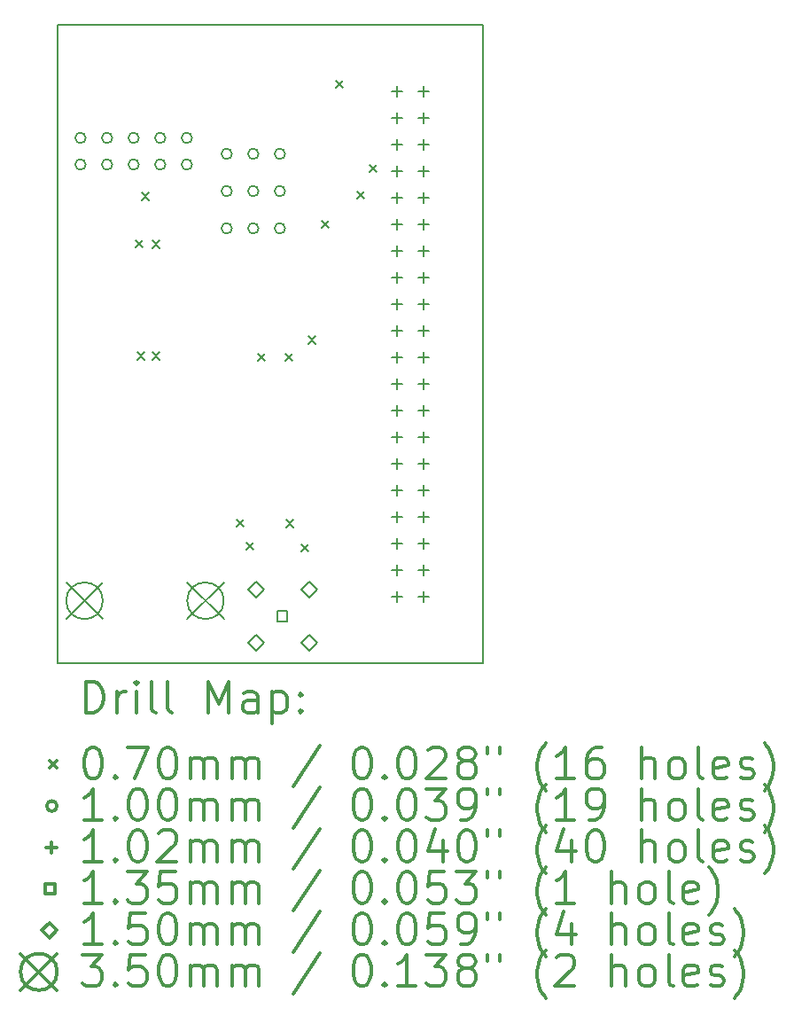
<source format=gbr>
%FSLAX45Y45*%
G04 Gerber Fmt 4.5, Leading zero omitted, Abs format (unit mm)*
G04 Created by KiCad (PCBNEW 4.0.6) date 09/07/17 10:38:34*
%MOMM*%
%LPD*%
G01*
G04 APERTURE LIST*
%ADD10C,0.127000*%
%ADD11C,0.150000*%
%ADD12C,0.200000*%
%ADD13C,0.300000*%
G04 APERTURE END LIST*
D10*
D11*
X12928600Y-11747500D02*
X12928600Y-5651500D01*
X16992600Y-11747500D02*
X12928600Y-11747500D01*
X16992600Y-5651500D02*
X16992600Y-11747500D01*
X12928600Y-5651500D02*
X16992600Y-5651500D01*
D12*
X13668300Y-7705650D02*
X13738300Y-7775650D01*
X13738300Y-7705650D02*
X13668300Y-7775650D01*
X13687350Y-8778800D02*
X13757350Y-8848800D01*
X13757350Y-8778800D02*
X13687350Y-8848800D01*
X13731800Y-7254800D02*
X13801800Y-7324800D01*
X13801800Y-7254800D02*
X13731800Y-7324800D01*
X13833400Y-7712000D02*
X13903400Y-7782000D01*
X13903400Y-7712000D02*
X13833400Y-7782000D01*
X13833400Y-8778800D02*
X13903400Y-8848800D01*
X13903400Y-8778800D02*
X13833400Y-8848800D01*
X14633500Y-10372650D02*
X14703500Y-10442650D01*
X14703500Y-10372650D02*
X14633500Y-10442650D01*
X14728750Y-10594900D02*
X14798750Y-10664900D01*
X14798750Y-10594900D02*
X14728750Y-10664900D01*
X14836700Y-8791500D02*
X14906700Y-8861500D01*
X14906700Y-8791500D02*
X14836700Y-8861500D01*
X15103400Y-8791500D02*
X15173400Y-8861500D01*
X15173400Y-8791500D02*
X15103400Y-8861500D01*
X15109750Y-10379000D02*
X15179750Y-10449000D01*
X15179750Y-10379000D02*
X15109750Y-10449000D01*
X15255800Y-10613950D02*
X15325800Y-10683950D01*
X15325800Y-10613950D02*
X15255800Y-10683950D01*
X15319300Y-8626400D02*
X15389300Y-8696400D01*
X15389300Y-8626400D02*
X15319300Y-8696400D01*
X15446300Y-7521500D02*
X15516300Y-7591500D01*
X15516300Y-7521500D02*
X15446300Y-7591500D01*
X15586000Y-6181650D02*
X15656000Y-6251650D01*
X15656000Y-6181650D02*
X15586000Y-6251650D01*
X15789200Y-7242100D02*
X15859200Y-7312100D01*
X15859200Y-7242100D02*
X15789200Y-7312100D01*
X15903500Y-6988100D02*
X15973500Y-7058100D01*
X15973500Y-6988100D02*
X15903500Y-7058100D01*
X13194500Y-6731000D02*
G75*
G03X13194500Y-6731000I-50000J0D01*
G01*
X13194500Y-6985000D02*
G75*
G03X13194500Y-6985000I-50000J0D01*
G01*
X13448500Y-6731000D02*
G75*
G03X13448500Y-6731000I-50000J0D01*
G01*
X13448500Y-6985000D02*
G75*
G03X13448500Y-6985000I-50000J0D01*
G01*
X13702500Y-6731000D02*
G75*
G03X13702500Y-6731000I-50000J0D01*
G01*
X13702500Y-6985000D02*
G75*
G03X13702500Y-6985000I-50000J0D01*
G01*
X13956500Y-6731000D02*
G75*
G03X13956500Y-6731000I-50000J0D01*
G01*
X13956500Y-6985000D02*
G75*
G03X13956500Y-6985000I-50000J0D01*
G01*
X14210500Y-6731000D02*
G75*
G03X14210500Y-6731000I-50000J0D01*
G01*
X14210500Y-6985000D02*
G75*
G03X14210500Y-6985000I-50000J0D01*
G01*
X14591500Y-6883400D02*
G75*
G03X14591500Y-6883400I-50000J0D01*
G01*
X14591500Y-7239000D02*
G75*
G03X14591500Y-7239000I-50000J0D01*
G01*
X14591500Y-7594600D02*
G75*
G03X14591500Y-7594600I-50000J0D01*
G01*
X14845500Y-6883400D02*
G75*
G03X14845500Y-6883400I-50000J0D01*
G01*
X14845500Y-7239000D02*
G75*
G03X14845500Y-7239000I-50000J0D01*
G01*
X14845500Y-7594600D02*
G75*
G03X14845500Y-7594600I-50000J0D01*
G01*
X15099500Y-6883400D02*
G75*
G03X15099500Y-6883400I-50000J0D01*
G01*
X15099500Y-7239000D02*
G75*
G03X15099500Y-7239000I-50000J0D01*
G01*
X15099500Y-7594600D02*
G75*
G03X15099500Y-7594600I-50000J0D01*
G01*
X16167100Y-6235700D02*
X16167100Y-6337300D01*
X16116300Y-6286500D02*
X16217900Y-6286500D01*
X16167100Y-6489700D02*
X16167100Y-6591300D01*
X16116300Y-6540500D02*
X16217900Y-6540500D01*
X16167100Y-6743700D02*
X16167100Y-6845300D01*
X16116300Y-6794500D02*
X16217900Y-6794500D01*
X16167100Y-6997700D02*
X16167100Y-7099300D01*
X16116300Y-7048500D02*
X16217900Y-7048500D01*
X16167100Y-7251700D02*
X16167100Y-7353300D01*
X16116300Y-7302500D02*
X16217900Y-7302500D01*
X16167100Y-7505700D02*
X16167100Y-7607300D01*
X16116300Y-7556500D02*
X16217900Y-7556500D01*
X16167100Y-7759700D02*
X16167100Y-7861300D01*
X16116300Y-7810500D02*
X16217900Y-7810500D01*
X16167100Y-8013700D02*
X16167100Y-8115300D01*
X16116300Y-8064500D02*
X16217900Y-8064500D01*
X16167100Y-8267700D02*
X16167100Y-8369300D01*
X16116300Y-8318500D02*
X16217900Y-8318500D01*
X16167100Y-8521700D02*
X16167100Y-8623300D01*
X16116300Y-8572500D02*
X16217900Y-8572500D01*
X16167100Y-8775700D02*
X16167100Y-8877300D01*
X16116300Y-8826500D02*
X16217900Y-8826500D01*
X16167100Y-9029700D02*
X16167100Y-9131300D01*
X16116300Y-9080500D02*
X16217900Y-9080500D01*
X16167100Y-9283700D02*
X16167100Y-9385300D01*
X16116300Y-9334500D02*
X16217900Y-9334500D01*
X16167100Y-9537700D02*
X16167100Y-9639300D01*
X16116300Y-9588500D02*
X16217900Y-9588500D01*
X16167100Y-9791700D02*
X16167100Y-9893300D01*
X16116300Y-9842500D02*
X16217900Y-9842500D01*
X16167100Y-10045700D02*
X16167100Y-10147300D01*
X16116300Y-10096500D02*
X16217900Y-10096500D01*
X16167100Y-10299700D02*
X16167100Y-10401300D01*
X16116300Y-10350500D02*
X16217900Y-10350500D01*
X16167100Y-10553700D02*
X16167100Y-10655300D01*
X16116300Y-10604500D02*
X16217900Y-10604500D01*
X16167100Y-10807700D02*
X16167100Y-10909300D01*
X16116300Y-10858500D02*
X16217900Y-10858500D01*
X16167100Y-11061700D02*
X16167100Y-11163300D01*
X16116300Y-11112500D02*
X16217900Y-11112500D01*
X16421100Y-6235700D02*
X16421100Y-6337300D01*
X16370300Y-6286500D02*
X16471900Y-6286500D01*
X16421100Y-6489700D02*
X16421100Y-6591300D01*
X16370300Y-6540500D02*
X16471900Y-6540500D01*
X16421100Y-6743700D02*
X16421100Y-6845300D01*
X16370300Y-6794500D02*
X16471900Y-6794500D01*
X16421100Y-6997700D02*
X16421100Y-7099300D01*
X16370300Y-7048500D02*
X16471900Y-7048500D01*
X16421100Y-7251700D02*
X16421100Y-7353300D01*
X16370300Y-7302500D02*
X16471900Y-7302500D01*
X16421100Y-7505700D02*
X16421100Y-7607300D01*
X16370300Y-7556500D02*
X16471900Y-7556500D01*
X16421100Y-7759700D02*
X16421100Y-7861300D01*
X16370300Y-7810500D02*
X16471900Y-7810500D01*
X16421100Y-8013700D02*
X16421100Y-8115300D01*
X16370300Y-8064500D02*
X16471900Y-8064500D01*
X16421100Y-8267700D02*
X16421100Y-8369300D01*
X16370300Y-8318500D02*
X16471900Y-8318500D01*
X16421100Y-8521700D02*
X16421100Y-8623300D01*
X16370300Y-8572500D02*
X16471900Y-8572500D01*
X16421100Y-8775700D02*
X16421100Y-8877300D01*
X16370300Y-8826500D02*
X16471900Y-8826500D01*
X16421100Y-9029700D02*
X16421100Y-9131300D01*
X16370300Y-9080500D02*
X16471900Y-9080500D01*
X16421100Y-9283700D02*
X16421100Y-9385300D01*
X16370300Y-9334500D02*
X16471900Y-9334500D01*
X16421100Y-9537700D02*
X16421100Y-9639300D01*
X16370300Y-9588500D02*
X16471900Y-9588500D01*
X16421100Y-9791700D02*
X16421100Y-9893300D01*
X16370300Y-9842500D02*
X16471900Y-9842500D01*
X16421100Y-10045700D02*
X16421100Y-10147300D01*
X16370300Y-10096500D02*
X16471900Y-10096500D01*
X16421100Y-10299700D02*
X16421100Y-10401300D01*
X16370300Y-10350500D02*
X16471900Y-10350500D01*
X16421100Y-10553700D02*
X16421100Y-10655300D01*
X16370300Y-10604500D02*
X16471900Y-10604500D01*
X16421100Y-10807700D02*
X16421100Y-10909300D01*
X16370300Y-10858500D02*
X16471900Y-10858500D01*
X16421100Y-11061700D02*
X16421100Y-11163300D01*
X16370300Y-11112500D02*
X16471900Y-11112500D01*
X15122630Y-11345650D02*
X15122630Y-11250190D01*
X15027170Y-11250190D01*
X15027170Y-11345650D01*
X15122630Y-11345650D01*
X14820900Y-11118920D02*
X14895900Y-11043920D01*
X14820900Y-10968920D01*
X14745900Y-11043920D01*
X14820900Y-11118920D01*
X14820900Y-11626920D02*
X14895900Y-11551920D01*
X14820900Y-11476920D01*
X14745900Y-11551920D01*
X14820900Y-11626920D01*
X15328900Y-11118920D02*
X15403900Y-11043920D01*
X15328900Y-10968920D01*
X15253900Y-11043920D01*
X15328900Y-11118920D01*
X15328900Y-11626920D02*
X15403900Y-11551920D01*
X15328900Y-11476920D01*
X15253900Y-11551920D01*
X15328900Y-11626920D01*
X13007600Y-10975600D02*
X13357600Y-11325600D01*
X13357600Y-10975600D02*
X13007600Y-11325600D01*
X13357600Y-11150600D02*
G75*
G03X13357600Y-11150600I-175000J0D01*
G01*
X14163300Y-10975600D02*
X14513300Y-11325600D01*
X14513300Y-10975600D02*
X14163300Y-11325600D01*
X14513300Y-11150600D02*
G75*
G03X14513300Y-11150600I-175000J0D01*
G01*
D13*
X13192528Y-12220714D02*
X13192528Y-11920714D01*
X13263957Y-11920714D01*
X13306814Y-11935000D01*
X13335386Y-11963571D01*
X13349671Y-11992143D01*
X13363957Y-12049286D01*
X13363957Y-12092143D01*
X13349671Y-12149286D01*
X13335386Y-12177857D01*
X13306814Y-12206429D01*
X13263957Y-12220714D01*
X13192528Y-12220714D01*
X13492528Y-12220714D02*
X13492528Y-12020714D01*
X13492528Y-12077857D02*
X13506814Y-12049286D01*
X13521100Y-12035000D01*
X13549671Y-12020714D01*
X13578243Y-12020714D01*
X13678243Y-12220714D02*
X13678243Y-12020714D01*
X13678243Y-11920714D02*
X13663957Y-11935000D01*
X13678243Y-11949286D01*
X13692528Y-11935000D01*
X13678243Y-11920714D01*
X13678243Y-11949286D01*
X13863957Y-12220714D02*
X13835386Y-12206429D01*
X13821100Y-12177857D01*
X13821100Y-11920714D01*
X14021100Y-12220714D02*
X13992528Y-12206429D01*
X13978243Y-12177857D01*
X13978243Y-11920714D01*
X14363957Y-12220714D02*
X14363957Y-11920714D01*
X14463957Y-12135000D01*
X14563957Y-11920714D01*
X14563957Y-12220714D01*
X14835386Y-12220714D02*
X14835386Y-12063571D01*
X14821100Y-12035000D01*
X14792528Y-12020714D01*
X14735386Y-12020714D01*
X14706814Y-12035000D01*
X14835386Y-12206429D02*
X14806814Y-12220714D01*
X14735386Y-12220714D01*
X14706814Y-12206429D01*
X14692528Y-12177857D01*
X14692528Y-12149286D01*
X14706814Y-12120714D01*
X14735386Y-12106429D01*
X14806814Y-12106429D01*
X14835386Y-12092143D01*
X14978243Y-12020714D02*
X14978243Y-12320714D01*
X14978243Y-12035000D02*
X15006814Y-12020714D01*
X15063957Y-12020714D01*
X15092528Y-12035000D01*
X15106814Y-12049286D01*
X15121100Y-12077857D01*
X15121100Y-12163571D01*
X15106814Y-12192143D01*
X15092528Y-12206429D01*
X15063957Y-12220714D01*
X15006814Y-12220714D01*
X14978243Y-12206429D01*
X15249671Y-12192143D02*
X15263957Y-12206429D01*
X15249671Y-12220714D01*
X15235386Y-12206429D01*
X15249671Y-12192143D01*
X15249671Y-12220714D01*
X15249671Y-12035000D02*
X15263957Y-12049286D01*
X15249671Y-12063571D01*
X15235386Y-12049286D01*
X15249671Y-12035000D01*
X15249671Y-12063571D01*
X12851100Y-12680000D02*
X12921100Y-12750000D01*
X12921100Y-12680000D02*
X12851100Y-12750000D01*
X13249671Y-12550714D02*
X13278243Y-12550714D01*
X13306814Y-12565000D01*
X13321100Y-12579286D01*
X13335386Y-12607857D01*
X13349671Y-12665000D01*
X13349671Y-12736429D01*
X13335386Y-12793571D01*
X13321100Y-12822143D01*
X13306814Y-12836429D01*
X13278243Y-12850714D01*
X13249671Y-12850714D01*
X13221100Y-12836429D01*
X13206814Y-12822143D01*
X13192528Y-12793571D01*
X13178243Y-12736429D01*
X13178243Y-12665000D01*
X13192528Y-12607857D01*
X13206814Y-12579286D01*
X13221100Y-12565000D01*
X13249671Y-12550714D01*
X13478243Y-12822143D02*
X13492528Y-12836429D01*
X13478243Y-12850714D01*
X13463957Y-12836429D01*
X13478243Y-12822143D01*
X13478243Y-12850714D01*
X13592528Y-12550714D02*
X13792528Y-12550714D01*
X13663957Y-12850714D01*
X13963957Y-12550714D02*
X13992528Y-12550714D01*
X14021100Y-12565000D01*
X14035386Y-12579286D01*
X14049671Y-12607857D01*
X14063957Y-12665000D01*
X14063957Y-12736429D01*
X14049671Y-12793571D01*
X14035386Y-12822143D01*
X14021100Y-12836429D01*
X13992528Y-12850714D01*
X13963957Y-12850714D01*
X13935386Y-12836429D01*
X13921100Y-12822143D01*
X13906814Y-12793571D01*
X13892528Y-12736429D01*
X13892528Y-12665000D01*
X13906814Y-12607857D01*
X13921100Y-12579286D01*
X13935386Y-12565000D01*
X13963957Y-12550714D01*
X14192528Y-12850714D02*
X14192528Y-12650714D01*
X14192528Y-12679286D02*
X14206814Y-12665000D01*
X14235386Y-12650714D01*
X14278243Y-12650714D01*
X14306814Y-12665000D01*
X14321100Y-12693571D01*
X14321100Y-12850714D01*
X14321100Y-12693571D02*
X14335386Y-12665000D01*
X14363957Y-12650714D01*
X14406814Y-12650714D01*
X14435386Y-12665000D01*
X14449671Y-12693571D01*
X14449671Y-12850714D01*
X14592528Y-12850714D02*
X14592528Y-12650714D01*
X14592528Y-12679286D02*
X14606814Y-12665000D01*
X14635386Y-12650714D01*
X14678243Y-12650714D01*
X14706814Y-12665000D01*
X14721100Y-12693571D01*
X14721100Y-12850714D01*
X14721100Y-12693571D02*
X14735386Y-12665000D01*
X14763957Y-12650714D01*
X14806814Y-12650714D01*
X14835386Y-12665000D01*
X14849671Y-12693571D01*
X14849671Y-12850714D01*
X15435386Y-12536429D02*
X15178243Y-12922143D01*
X15821100Y-12550714D02*
X15849671Y-12550714D01*
X15878243Y-12565000D01*
X15892528Y-12579286D01*
X15906814Y-12607857D01*
X15921100Y-12665000D01*
X15921100Y-12736429D01*
X15906814Y-12793571D01*
X15892528Y-12822143D01*
X15878243Y-12836429D01*
X15849671Y-12850714D01*
X15821100Y-12850714D01*
X15792528Y-12836429D01*
X15778243Y-12822143D01*
X15763957Y-12793571D01*
X15749671Y-12736429D01*
X15749671Y-12665000D01*
X15763957Y-12607857D01*
X15778243Y-12579286D01*
X15792528Y-12565000D01*
X15821100Y-12550714D01*
X16049671Y-12822143D02*
X16063957Y-12836429D01*
X16049671Y-12850714D01*
X16035386Y-12836429D01*
X16049671Y-12822143D01*
X16049671Y-12850714D01*
X16249671Y-12550714D02*
X16278243Y-12550714D01*
X16306814Y-12565000D01*
X16321100Y-12579286D01*
X16335385Y-12607857D01*
X16349671Y-12665000D01*
X16349671Y-12736429D01*
X16335385Y-12793571D01*
X16321100Y-12822143D01*
X16306814Y-12836429D01*
X16278243Y-12850714D01*
X16249671Y-12850714D01*
X16221100Y-12836429D01*
X16206814Y-12822143D01*
X16192528Y-12793571D01*
X16178243Y-12736429D01*
X16178243Y-12665000D01*
X16192528Y-12607857D01*
X16206814Y-12579286D01*
X16221100Y-12565000D01*
X16249671Y-12550714D01*
X16463957Y-12579286D02*
X16478243Y-12565000D01*
X16506814Y-12550714D01*
X16578243Y-12550714D01*
X16606814Y-12565000D01*
X16621100Y-12579286D01*
X16635385Y-12607857D01*
X16635385Y-12636429D01*
X16621100Y-12679286D01*
X16449671Y-12850714D01*
X16635385Y-12850714D01*
X16806814Y-12679286D02*
X16778243Y-12665000D01*
X16763957Y-12650714D01*
X16749671Y-12622143D01*
X16749671Y-12607857D01*
X16763957Y-12579286D01*
X16778243Y-12565000D01*
X16806814Y-12550714D01*
X16863957Y-12550714D01*
X16892528Y-12565000D01*
X16906814Y-12579286D01*
X16921100Y-12607857D01*
X16921100Y-12622143D01*
X16906814Y-12650714D01*
X16892528Y-12665000D01*
X16863957Y-12679286D01*
X16806814Y-12679286D01*
X16778243Y-12693571D01*
X16763957Y-12707857D01*
X16749671Y-12736429D01*
X16749671Y-12793571D01*
X16763957Y-12822143D01*
X16778243Y-12836429D01*
X16806814Y-12850714D01*
X16863957Y-12850714D01*
X16892528Y-12836429D01*
X16906814Y-12822143D01*
X16921100Y-12793571D01*
X16921100Y-12736429D01*
X16906814Y-12707857D01*
X16892528Y-12693571D01*
X16863957Y-12679286D01*
X17035386Y-12550714D02*
X17035386Y-12607857D01*
X17149671Y-12550714D02*
X17149671Y-12607857D01*
X17592528Y-12965000D02*
X17578243Y-12950714D01*
X17549671Y-12907857D01*
X17535386Y-12879286D01*
X17521100Y-12836429D01*
X17506814Y-12765000D01*
X17506814Y-12707857D01*
X17521100Y-12636429D01*
X17535386Y-12593571D01*
X17549671Y-12565000D01*
X17578243Y-12522143D01*
X17592528Y-12507857D01*
X17863957Y-12850714D02*
X17692528Y-12850714D01*
X17778243Y-12850714D02*
X17778243Y-12550714D01*
X17749671Y-12593571D01*
X17721100Y-12622143D01*
X17692528Y-12636429D01*
X18121100Y-12550714D02*
X18063957Y-12550714D01*
X18035386Y-12565000D01*
X18021100Y-12579286D01*
X17992528Y-12622143D01*
X17978243Y-12679286D01*
X17978243Y-12793571D01*
X17992528Y-12822143D01*
X18006814Y-12836429D01*
X18035386Y-12850714D01*
X18092528Y-12850714D01*
X18121100Y-12836429D01*
X18135386Y-12822143D01*
X18149671Y-12793571D01*
X18149671Y-12722143D01*
X18135386Y-12693571D01*
X18121100Y-12679286D01*
X18092528Y-12665000D01*
X18035386Y-12665000D01*
X18006814Y-12679286D01*
X17992528Y-12693571D01*
X17978243Y-12722143D01*
X18506814Y-12850714D02*
X18506814Y-12550714D01*
X18635386Y-12850714D02*
X18635386Y-12693571D01*
X18621100Y-12665000D01*
X18592528Y-12650714D01*
X18549671Y-12650714D01*
X18521100Y-12665000D01*
X18506814Y-12679286D01*
X18821100Y-12850714D02*
X18792528Y-12836429D01*
X18778243Y-12822143D01*
X18763957Y-12793571D01*
X18763957Y-12707857D01*
X18778243Y-12679286D01*
X18792528Y-12665000D01*
X18821100Y-12650714D01*
X18863957Y-12650714D01*
X18892528Y-12665000D01*
X18906814Y-12679286D01*
X18921100Y-12707857D01*
X18921100Y-12793571D01*
X18906814Y-12822143D01*
X18892528Y-12836429D01*
X18863957Y-12850714D01*
X18821100Y-12850714D01*
X19092528Y-12850714D02*
X19063957Y-12836429D01*
X19049671Y-12807857D01*
X19049671Y-12550714D01*
X19321100Y-12836429D02*
X19292529Y-12850714D01*
X19235386Y-12850714D01*
X19206814Y-12836429D01*
X19192529Y-12807857D01*
X19192529Y-12693571D01*
X19206814Y-12665000D01*
X19235386Y-12650714D01*
X19292529Y-12650714D01*
X19321100Y-12665000D01*
X19335386Y-12693571D01*
X19335386Y-12722143D01*
X19192529Y-12750714D01*
X19449671Y-12836429D02*
X19478243Y-12850714D01*
X19535386Y-12850714D01*
X19563957Y-12836429D01*
X19578243Y-12807857D01*
X19578243Y-12793571D01*
X19563957Y-12765000D01*
X19535386Y-12750714D01*
X19492529Y-12750714D01*
X19463957Y-12736429D01*
X19449671Y-12707857D01*
X19449671Y-12693571D01*
X19463957Y-12665000D01*
X19492529Y-12650714D01*
X19535386Y-12650714D01*
X19563957Y-12665000D01*
X19678243Y-12965000D02*
X19692529Y-12950714D01*
X19721100Y-12907857D01*
X19735386Y-12879286D01*
X19749671Y-12836429D01*
X19763957Y-12765000D01*
X19763957Y-12707857D01*
X19749671Y-12636429D01*
X19735386Y-12593571D01*
X19721100Y-12565000D01*
X19692529Y-12522143D01*
X19678243Y-12507857D01*
X12921100Y-13111000D02*
G75*
G03X12921100Y-13111000I-50000J0D01*
G01*
X13349671Y-13246714D02*
X13178243Y-13246714D01*
X13263957Y-13246714D02*
X13263957Y-12946714D01*
X13235386Y-12989571D01*
X13206814Y-13018143D01*
X13178243Y-13032429D01*
X13478243Y-13218143D02*
X13492528Y-13232429D01*
X13478243Y-13246714D01*
X13463957Y-13232429D01*
X13478243Y-13218143D01*
X13478243Y-13246714D01*
X13678243Y-12946714D02*
X13706814Y-12946714D01*
X13735386Y-12961000D01*
X13749671Y-12975286D01*
X13763957Y-13003857D01*
X13778243Y-13061000D01*
X13778243Y-13132429D01*
X13763957Y-13189571D01*
X13749671Y-13218143D01*
X13735386Y-13232429D01*
X13706814Y-13246714D01*
X13678243Y-13246714D01*
X13649671Y-13232429D01*
X13635386Y-13218143D01*
X13621100Y-13189571D01*
X13606814Y-13132429D01*
X13606814Y-13061000D01*
X13621100Y-13003857D01*
X13635386Y-12975286D01*
X13649671Y-12961000D01*
X13678243Y-12946714D01*
X13963957Y-12946714D02*
X13992528Y-12946714D01*
X14021100Y-12961000D01*
X14035386Y-12975286D01*
X14049671Y-13003857D01*
X14063957Y-13061000D01*
X14063957Y-13132429D01*
X14049671Y-13189571D01*
X14035386Y-13218143D01*
X14021100Y-13232429D01*
X13992528Y-13246714D01*
X13963957Y-13246714D01*
X13935386Y-13232429D01*
X13921100Y-13218143D01*
X13906814Y-13189571D01*
X13892528Y-13132429D01*
X13892528Y-13061000D01*
X13906814Y-13003857D01*
X13921100Y-12975286D01*
X13935386Y-12961000D01*
X13963957Y-12946714D01*
X14192528Y-13246714D02*
X14192528Y-13046714D01*
X14192528Y-13075286D02*
X14206814Y-13061000D01*
X14235386Y-13046714D01*
X14278243Y-13046714D01*
X14306814Y-13061000D01*
X14321100Y-13089571D01*
X14321100Y-13246714D01*
X14321100Y-13089571D02*
X14335386Y-13061000D01*
X14363957Y-13046714D01*
X14406814Y-13046714D01*
X14435386Y-13061000D01*
X14449671Y-13089571D01*
X14449671Y-13246714D01*
X14592528Y-13246714D02*
X14592528Y-13046714D01*
X14592528Y-13075286D02*
X14606814Y-13061000D01*
X14635386Y-13046714D01*
X14678243Y-13046714D01*
X14706814Y-13061000D01*
X14721100Y-13089571D01*
X14721100Y-13246714D01*
X14721100Y-13089571D02*
X14735386Y-13061000D01*
X14763957Y-13046714D01*
X14806814Y-13046714D01*
X14835386Y-13061000D01*
X14849671Y-13089571D01*
X14849671Y-13246714D01*
X15435386Y-12932429D02*
X15178243Y-13318143D01*
X15821100Y-12946714D02*
X15849671Y-12946714D01*
X15878243Y-12961000D01*
X15892528Y-12975286D01*
X15906814Y-13003857D01*
X15921100Y-13061000D01*
X15921100Y-13132429D01*
X15906814Y-13189571D01*
X15892528Y-13218143D01*
X15878243Y-13232429D01*
X15849671Y-13246714D01*
X15821100Y-13246714D01*
X15792528Y-13232429D01*
X15778243Y-13218143D01*
X15763957Y-13189571D01*
X15749671Y-13132429D01*
X15749671Y-13061000D01*
X15763957Y-13003857D01*
X15778243Y-12975286D01*
X15792528Y-12961000D01*
X15821100Y-12946714D01*
X16049671Y-13218143D02*
X16063957Y-13232429D01*
X16049671Y-13246714D01*
X16035386Y-13232429D01*
X16049671Y-13218143D01*
X16049671Y-13246714D01*
X16249671Y-12946714D02*
X16278243Y-12946714D01*
X16306814Y-12961000D01*
X16321100Y-12975286D01*
X16335385Y-13003857D01*
X16349671Y-13061000D01*
X16349671Y-13132429D01*
X16335385Y-13189571D01*
X16321100Y-13218143D01*
X16306814Y-13232429D01*
X16278243Y-13246714D01*
X16249671Y-13246714D01*
X16221100Y-13232429D01*
X16206814Y-13218143D01*
X16192528Y-13189571D01*
X16178243Y-13132429D01*
X16178243Y-13061000D01*
X16192528Y-13003857D01*
X16206814Y-12975286D01*
X16221100Y-12961000D01*
X16249671Y-12946714D01*
X16449671Y-12946714D02*
X16635385Y-12946714D01*
X16535385Y-13061000D01*
X16578243Y-13061000D01*
X16606814Y-13075286D01*
X16621100Y-13089571D01*
X16635385Y-13118143D01*
X16635385Y-13189571D01*
X16621100Y-13218143D01*
X16606814Y-13232429D01*
X16578243Y-13246714D01*
X16492528Y-13246714D01*
X16463957Y-13232429D01*
X16449671Y-13218143D01*
X16778243Y-13246714D02*
X16835386Y-13246714D01*
X16863957Y-13232429D01*
X16878243Y-13218143D01*
X16906814Y-13175286D01*
X16921100Y-13118143D01*
X16921100Y-13003857D01*
X16906814Y-12975286D01*
X16892528Y-12961000D01*
X16863957Y-12946714D01*
X16806814Y-12946714D01*
X16778243Y-12961000D01*
X16763957Y-12975286D01*
X16749671Y-13003857D01*
X16749671Y-13075286D01*
X16763957Y-13103857D01*
X16778243Y-13118143D01*
X16806814Y-13132429D01*
X16863957Y-13132429D01*
X16892528Y-13118143D01*
X16906814Y-13103857D01*
X16921100Y-13075286D01*
X17035386Y-12946714D02*
X17035386Y-13003857D01*
X17149671Y-12946714D02*
X17149671Y-13003857D01*
X17592528Y-13361000D02*
X17578243Y-13346714D01*
X17549671Y-13303857D01*
X17535386Y-13275286D01*
X17521100Y-13232429D01*
X17506814Y-13161000D01*
X17506814Y-13103857D01*
X17521100Y-13032429D01*
X17535386Y-12989571D01*
X17549671Y-12961000D01*
X17578243Y-12918143D01*
X17592528Y-12903857D01*
X17863957Y-13246714D02*
X17692528Y-13246714D01*
X17778243Y-13246714D02*
X17778243Y-12946714D01*
X17749671Y-12989571D01*
X17721100Y-13018143D01*
X17692528Y-13032429D01*
X18006814Y-13246714D02*
X18063957Y-13246714D01*
X18092528Y-13232429D01*
X18106814Y-13218143D01*
X18135386Y-13175286D01*
X18149671Y-13118143D01*
X18149671Y-13003857D01*
X18135386Y-12975286D01*
X18121100Y-12961000D01*
X18092528Y-12946714D01*
X18035386Y-12946714D01*
X18006814Y-12961000D01*
X17992528Y-12975286D01*
X17978243Y-13003857D01*
X17978243Y-13075286D01*
X17992528Y-13103857D01*
X18006814Y-13118143D01*
X18035386Y-13132429D01*
X18092528Y-13132429D01*
X18121100Y-13118143D01*
X18135386Y-13103857D01*
X18149671Y-13075286D01*
X18506814Y-13246714D02*
X18506814Y-12946714D01*
X18635386Y-13246714D02*
X18635386Y-13089571D01*
X18621100Y-13061000D01*
X18592528Y-13046714D01*
X18549671Y-13046714D01*
X18521100Y-13061000D01*
X18506814Y-13075286D01*
X18821100Y-13246714D02*
X18792528Y-13232429D01*
X18778243Y-13218143D01*
X18763957Y-13189571D01*
X18763957Y-13103857D01*
X18778243Y-13075286D01*
X18792528Y-13061000D01*
X18821100Y-13046714D01*
X18863957Y-13046714D01*
X18892528Y-13061000D01*
X18906814Y-13075286D01*
X18921100Y-13103857D01*
X18921100Y-13189571D01*
X18906814Y-13218143D01*
X18892528Y-13232429D01*
X18863957Y-13246714D01*
X18821100Y-13246714D01*
X19092528Y-13246714D02*
X19063957Y-13232429D01*
X19049671Y-13203857D01*
X19049671Y-12946714D01*
X19321100Y-13232429D02*
X19292529Y-13246714D01*
X19235386Y-13246714D01*
X19206814Y-13232429D01*
X19192529Y-13203857D01*
X19192529Y-13089571D01*
X19206814Y-13061000D01*
X19235386Y-13046714D01*
X19292529Y-13046714D01*
X19321100Y-13061000D01*
X19335386Y-13089571D01*
X19335386Y-13118143D01*
X19192529Y-13146714D01*
X19449671Y-13232429D02*
X19478243Y-13246714D01*
X19535386Y-13246714D01*
X19563957Y-13232429D01*
X19578243Y-13203857D01*
X19578243Y-13189571D01*
X19563957Y-13161000D01*
X19535386Y-13146714D01*
X19492529Y-13146714D01*
X19463957Y-13132429D01*
X19449671Y-13103857D01*
X19449671Y-13089571D01*
X19463957Y-13061000D01*
X19492529Y-13046714D01*
X19535386Y-13046714D01*
X19563957Y-13061000D01*
X19678243Y-13361000D02*
X19692529Y-13346714D01*
X19721100Y-13303857D01*
X19735386Y-13275286D01*
X19749671Y-13232429D01*
X19763957Y-13161000D01*
X19763957Y-13103857D01*
X19749671Y-13032429D01*
X19735386Y-12989571D01*
X19721100Y-12961000D01*
X19692529Y-12918143D01*
X19678243Y-12903857D01*
X12870300Y-13456200D02*
X12870300Y-13557800D01*
X12819500Y-13507000D02*
X12921100Y-13507000D01*
X13349671Y-13642714D02*
X13178243Y-13642714D01*
X13263957Y-13642714D02*
X13263957Y-13342714D01*
X13235386Y-13385571D01*
X13206814Y-13414143D01*
X13178243Y-13428429D01*
X13478243Y-13614143D02*
X13492528Y-13628429D01*
X13478243Y-13642714D01*
X13463957Y-13628429D01*
X13478243Y-13614143D01*
X13478243Y-13642714D01*
X13678243Y-13342714D02*
X13706814Y-13342714D01*
X13735386Y-13357000D01*
X13749671Y-13371286D01*
X13763957Y-13399857D01*
X13778243Y-13457000D01*
X13778243Y-13528429D01*
X13763957Y-13585571D01*
X13749671Y-13614143D01*
X13735386Y-13628429D01*
X13706814Y-13642714D01*
X13678243Y-13642714D01*
X13649671Y-13628429D01*
X13635386Y-13614143D01*
X13621100Y-13585571D01*
X13606814Y-13528429D01*
X13606814Y-13457000D01*
X13621100Y-13399857D01*
X13635386Y-13371286D01*
X13649671Y-13357000D01*
X13678243Y-13342714D01*
X13892528Y-13371286D02*
X13906814Y-13357000D01*
X13935386Y-13342714D01*
X14006814Y-13342714D01*
X14035386Y-13357000D01*
X14049671Y-13371286D01*
X14063957Y-13399857D01*
X14063957Y-13428429D01*
X14049671Y-13471286D01*
X13878243Y-13642714D01*
X14063957Y-13642714D01*
X14192528Y-13642714D02*
X14192528Y-13442714D01*
X14192528Y-13471286D02*
X14206814Y-13457000D01*
X14235386Y-13442714D01*
X14278243Y-13442714D01*
X14306814Y-13457000D01*
X14321100Y-13485571D01*
X14321100Y-13642714D01*
X14321100Y-13485571D02*
X14335386Y-13457000D01*
X14363957Y-13442714D01*
X14406814Y-13442714D01*
X14435386Y-13457000D01*
X14449671Y-13485571D01*
X14449671Y-13642714D01*
X14592528Y-13642714D02*
X14592528Y-13442714D01*
X14592528Y-13471286D02*
X14606814Y-13457000D01*
X14635386Y-13442714D01*
X14678243Y-13442714D01*
X14706814Y-13457000D01*
X14721100Y-13485571D01*
X14721100Y-13642714D01*
X14721100Y-13485571D02*
X14735386Y-13457000D01*
X14763957Y-13442714D01*
X14806814Y-13442714D01*
X14835386Y-13457000D01*
X14849671Y-13485571D01*
X14849671Y-13642714D01*
X15435386Y-13328429D02*
X15178243Y-13714143D01*
X15821100Y-13342714D02*
X15849671Y-13342714D01*
X15878243Y-13357000D01*
X15892528Y-13371286D01*
X15906814Y-13399857D01*
X15921100Y-13457000D01*
X15921100Y-13528429D01*
X15906814Y-13585571D01*
X15892528Y-13614143D01*
X15878243Y-13628429D01*
X15849671Y-13642714D01*
X15821100Y-13642714D01*
X15792528Y-13628429D01*
X15778243Y-13614143D01*
X15763957Y-13585571D01*
X15749671Y-13528429D01*
X15749671Y-13457000D01*
X15763957Y-13399857D01*
X15778243Y-13371286D01*
X15792528Y-13357000D01*
X15821100Y-13342714D01*
X16049671Y-13614143D02*
X16063957Y-13628429D01*
X16049671Y-13642714D01*
X16035386Y-13628429D01*
X16049671Y-13614143D01*
X16049671Y-13642714D01*
X16249671Y-13342714D02*
X16278243Y-13342714D01*
X16306814Y-13357000D01*
X16321100Y-13371286D01*
X16335385Y-13399857D01*
X16349671Y-13457000D01*
X16349671Y-13528429D01*
X16335385Y-13585571D01*
X16321100Y-13614143D01*
X16306814Y-13628429D01*
X16278243Y-13642714D01*
X16249671Y-13642714D01*
X16221100Y-13628429D01*
X16206814Y-13614143D01*
X16192528Y-13585571D01*
X16178243Y-13528429D01*
X16178243Y-13457000D01*
X16192528Y-13399857D01*
X16206814Y-13371286D01*
X16221100Y-13357000D01*
X16249671Y-13342714D01*
X16606814Y-13442714D02*
X16606814Y-13642714D01*
X16535385Y-13328429D02*
X16463957Y-13542714D01*
X16649671Y-13542714D01*
X16821100Y-13342714D02*
X16849671Y-13342714D01*
X16878243Y-13357000D01*
X16892528Y-13371286D01*
X16906814Y-13399857D01*
X16921100Y-13457000D01*
X16921100Y-13528429D01*
X16906814Y-13585571D01*
X16892528Y-13614143D01*
X16878243Y-13628429D01*
X16849671Y-13642714D01*
X16821100Y-13642714D01*
X16792528Y-13628429D01*
X16778243Y-13614143D01*
X16763957Y-13585571D01*
X16749671Y-13528429D01*
X16749671Y-13457000D01*
X16763957Y-13399857D01*
X16778243Y-13371286D01*
X16792528Y-13357000D01*
X16821100Y-13342714D01*
X17035386Y-13342714D02*
X17035386Y-13399857D01*
X17149671Y-13342714D02*
X17149671Y-13399857D01*
X17592528Y-13757000D02*
X17578243Y-13742714D01*
X17549671Y-13699857D01*
X17535386Y-13671286D01*
X17521100Y-13628429D01*
X17506814Y-13557000D01*
X17506814Y-13499857D01*
X17521100Y-13428429D01*
X17535386Y-13385571D01*
X17549671Y-13357000D01*
X17578243Y-13314143D01*
X17592528Y-13299857D01*
X17835386Y-13442714D02*
X17835386Y-13642714D01*
X17763957Y-13328429D02*
X17692528Y-13542714D01*
X17878243Y-13542714D01*
X18049671Y-13342714D02*
X18078243Y-13342714D01*
X18106814Y-13357000D01*
X18121100Y-13371286D01*
X18135386Y-13399857D01*
X18149671Y-13457000D01*
X18149671Y-13528429D01*
X18135386Y-13585571D01*
X18121100Y-13614143D01*
X18106814Y-13628429D01*
X18078243Y-13642714D01*
X18049671Y-13642714D01*
X18021100Y-13628429D01*
X18006814Y-13614143D01*
X17992528Y-13585571D01*
X17978243Y-13528429D01*
X17978243Y-13457000D01*
X17992528Y-13399857D01*
X18006814Y-13371286D01*
X18021100Y-13357000D01*
X18049671Y-13342714D01*
X18506814Y-13642714D02*
X18506814Y-13342714D01*
X18635386Y-13642714D02*
X18635386Y-13485571D01*
X18621100Y-13457000D01*
X18592528Y-13442714D01*
X18549671Y-13442714D01*
X18521100Y-13457000D01*
X18506814Y-13471286D01*
X18821100Y-13642714D02*
X18792528Y-13628429D01*
X18778243Y-13614143D01*
X18763957Y-13585571D01*
X18763957Y-13499857D01*
X18778243Y-13471286D01*
X18792528Y-13457000D01*
X18821100Y-13442714D01*
X18863957Y-13442714D01*
X18892528Y-13457000D01*
X18906814Y-13471286D01*
X18921100Y-13499857D01*
X18921100Y-13585571D01*
X18906814Y-13614143D01*
X18892528Y-13628429D01*
X18863957Y-13642714D01*
X18821100Y-13642714D01*
X19092528Y-13642714D02*
X19063957Y-13628429D01*
X19049671Y-13599857D01*
X19049671Y-13342714D01*
X19321100Y-13628429D02*
X19292529Y-13642714D01*
X19235386Y-13642714D01*
X19206814Y-13628429D01*
X19192529Y-13599857D01*
X19192529Y-13485571D01*
X19206814Y-13457000D01*
X19235386Y-13442714D01*
X19292529Y-13442714D01*
X19321100Y-13457000D01*
X19335386Y-13485571D01*
X19335386Y-13514143D01*
X19192529Y-13542714D01*
X19449671Y-13628429D02*
X19478243Y-13642714D01*
X19535386Y-13642714D01*
X19563957Y-13628429D01*
X19578243Y-13599857D01*
X19578243Y-13585571D01*
X19563957Y-13557000D01*
X19535386Y-13542714D01*
X19492529Y-13542714D01*
X19463957Y-13528429D01*
X19449671Y-13499857D01*
X19449671Y-13485571D01*
X19463957Y-13457000D01*
X19492529Y-13442714D01*
X19535386Y-13442714D01*
X19563957Y-13457000D01*
X19678243Y-13757000D02*
X19692529Y-13742714D01*
X19721100Y-13699857D01*
X19735386Y-13671286D01*
X19749671Y-13628429D01*
X19763957Y-13557000D01*
X19763957Y-13499857D01*
X19749671Y-13428429D01*
X19735386Y-13385571D01*
X19721100Y-13357000D01*
X19692529Y-13314143D01*
X19678243Y-13299857D01*
X12901330Y-13950730D02*
X12901330Y-13855270D01*
X12805870Y-13855270D01*
X12805870Y-13950730D01*
X12901330Y-13950730D01*
X13349671Y-14038714D02*
X13178243Y-14038714D01*
X13263957Y-14038714D02*
X13263957Y-13738714D01*
X13235386Y-13781571D01*
X13206814Y-13810143D01*
X13178243Y-13824429D01*
X13478243Y-14010143D02*
X13492528Y-14024429D01*
X13478243Y-14038714D01*
X13463957Y-14024429D01*
X13478243Y-14010143D01*
X13478243Y-14038714D01*
X13592528Y-13738714D02*
X13778243Y-13738714D01*
X13678243Y-13853000D01*
X13721100Y-13853000D01*
X13749671Y-13867286D01*
X13763957Y-13881571D01*
X13778243Y-13910143D01*
X13778243Y-13981571D01*
X13763957Y-14010143D01*
X13749671Y-14024429D01*
X13721100Y-14038714D01*
X13635386Y-14038714D01*
X13606814Y-14024429D01*
X13592528Y-14010143D01*
X14049671Y-13738714D02*
X13906814Y-13738714D01*
X13892528Y-13881571D01*
X13906814Y-13867286D01*
X13935386Y-13853000D01*
X14006814Y-13853000D01*
X14035386Y-13867286D01*
X14049671Y-13881571D01*
X14063957Y-13910143D01*
X14063957Y-13981571D01*
X14049671Y-14010143D01*
X14035386Y-14024429D01*
X14006814Y-14038714D01*
X13935386Y-14038714D01*
X13906814Y-14024429D01*
X13892528Y-14010143D01*
X14192528Y-14038714D02*
X14192528Y-13838714D01*
X14192528Y-13867286D02*
X14206814Y-13853000D01*
X14235386Y-13838714D01*
X14278243Y-13838714D01*
X14306814Y-13853000D01*
X14321100Y-13881571D01*
X14321100Y-14038714D01*
X14321100Y-13881571D02*
X14335386Y-13853000D01*
X14363957Y-13838714D01*
X14406814Y-13838714D01*
X14435386Y-13853000D01*
X14449671Y-13881571D01*
X14449671Y-14038714D01*
X14592528Y-14038714D02*
X14592528Y-13838714D01*
X14592528Y-13867286D02*
X14606814Y-13853000D01*
X14635386Y-13838714D01*
X14678243Y-13838714D01*
X14706814Y-13853000D01*
X14721100Y-13881571D01*
X14721100Y-14038714D01*
X14721100Y-13881571D02*
X14735386Y-13853000D01*
X14763957Y-13838714D01*
X14806814Y-13838714D01*
X14835386Y-13853000D01*
X14849671Y-13881571D01*
X14849671Y-14038714D01*
X15435386Y-13724429D02*
X15178243Y-14110143D01*
X15821100Y-13738714D02*
X15849671Y-13738714D01*
X15878243Y-13753000D01*
X15892528Y-13767286D01*
X15906814Y-13795857D01*
X15921100Y-13853000D01*
X15921100Y-13924429D01*
X15906814Y-13981571D01*
X15892528Y-14010143D01*
X15878243Y-14024429D01*
X15849671Y-14038714D01*
X15821100Y-14038714D01*
X15792528Y-14024429D01*
X15778243Y-14010143D01*
X15763957Y-13981571D01*
X15749671Y-13924429D01*
X15749671Y-13853000D01*
X15763957Y-13795857D01*
X15778243Y-13767286D01*
X15792528Y-13753000D01*
X15821100Y-13738714D01*
X16049671Y-14010143D02*
X16063957Y-14024429D01*
X16049671Y-14038714D01*
X16035386Y-14024429D01*
X16049671Y-14010143D01*
X16049671Y-14038714D01*
X16249671Y-13738714D02*
X16278243Y-13738714D01*
X16306814Y-13753000D01*
X16321100Y-13767286D01*
X16335385Y-13795857D01*
X16349671Y-13853000D01*
X16349671Y-13924429D01*
X16335385Y-13981571D01*
X16321100Y-14010143D01*
X16306814Y-14024429D01*
X16278243Y-14038714D01*
X16249671Y-14038714D01*
X16221100Y-14024429D01*
X16206814Y-14010143D01*
X16192528Y-13981571D01*
X16178243Y-13924429D01*
X16178243Y-13853000D01*
X16192528Y-13795857D01*
X16206814Y-13767286D01*
X16221100Y-13753000D01*
X16249671Y-13738714D01*
X16621100Y-13738714D02*
X16478243Y-13738714D01*
X16463957Y-13881571D01*
X16478243Y-13867286D01*
X16506814Y-13853000D01*
X16578243Y-13853000D01*
X16606814Y-13867286D01*
X16621100Y-13881571D01*
X16635385Y-13910143D01*
X16635385Y-13981571D01*
X16621100Y-14010143D01*
X16606814Y-14024429D01*
X16578243Y-14038714D01*
X16506814Y-14038714D01*
X16478243Y-14024429D01*
X16463957Y-14010143D01*
X16735385Y-13738714D02*
X16921100Y-13738714D01*
X16821100Y-13853000D01*
X16863957Y-13853000D01*
X16892528Y-13867286D01*
X16906814Y-13881571D01*
X16921100Y-13910143D01*
X16921100Y-13981571D01*
X16906814Y-14010143D01*
X16892528Y-14024429D01*
X16863957Y-14038714D01*
X16778243Y-14038714D01*
X16749671Y-14024429D01*
X16735385Y-14010143D01*
X17035386Y-13738714D02*
X17035386Y-13795857D01*
X17149671Y-13738714D02*
X17149671Y-13795857D01*
X17592528Y-14153000D02*
X17578243Y-14138714D01*
X17549671Y-14095857D01*
X17535386Y-14067286D01*
X17521100Y-14024429D01*
X17506814Y-13953000D01*
X17506814Y-13895857D01*
X17521100Y-13824429D01*
X17535386Y-13781571D01*
X17549671Y-13753000D01*
X17578243Y-13710143D01*
X17592528Y-13695857D01*
X17863957Y-14038714D02*
X17692528Y-14038714D01*
X17778243Y-14038714D02*
X17778243Y-13738714D01*
X17749671Y-13781571D01*
X17721100Y-13810143D01*
X17692528Y-13824429D01*
X18221100Y-14038714D02*
X18221100Y-13738714D01*
X18349671Y-14038714D02*
X18349671Y-13881571D01*
X18335386Y-13853000D01*
X18306814Y-13838714D01*
X18263957Y-13838714D01*
X18235386Y-13853000D01*
X18221100Y-13867286D01*
X18535386Y-14038714D02*
X18506814Y-14024429D01*
X18492528Y-14010143D01*
X18478243Y-13981571D01*
X18478243Y-13895857D01*
X18492528Y-13867286D01*
X18506814Y-13853000D01*
X18535386Y-13838714D01*
X18578243Y-13838714D01*
X18606814Y-13853000D01*
X18621100Y-13867286D01*
X18635386Y-13895857D01*
X18635386Y-13981571D01*
X18621100Y-14010143D01*
X18606814Y-14024429D01*
X18578243Y-14038714D01*
X18535386Y-14038714D01*
X18806814Y-14038714D02*
X18778243Y-14024429D01*
X18763957Y-13995857D01*
X18763957Y-13738714D01*
X19035386Y-14024429D02*
X19006814Y-14038714D01*
X18949671Y-14038714D01*
X18921100Y-14024429D01*
X18906814Y-13995857D01*
X18906814Y-13881571D01*
X18921100Y-13853000D01*
X18949671Y-13838714D01*
X19006814Y-13838714D01*
X19035386Y-13853000D01*
X19049671Y-13881571D01*
X19049671Y-13910143D01*
X18906814Y-13938714D01*
X19149671Y-14153000D02*
X19163957Y-14138714D01*
X19192529Y-14095857D01*
X19206814Y-14067286D01*
X19221100Y-14024429D01*
X19235386Y-13953000D01*
X19235386Y-13895857D01*
X19221100Y-13824429D01*
X19206814Y-13781571D01*
X19192529Y-13753000D01*
X19163957Y-13710143D01*
X19149671Y-13695857D01*
X12846100Y-14374000D02*
X12921100Y-14299000D01*
X12846100Y-14224000D01*
X12771100Y-14299000D01*
X12846100Y-14374000D01*
X13349671Y-14434714D02*
X13178243Y-14434714D01*
X13263957Y-14434714D02*
X13263957Y-14134714D01*
X13235386Y-14177571D01*
X13206814Y-14206143D01*
X13178243Y-14220429D01*
X13478243Y-14406143D02*
X13492528Y-14420429D01*
X13478243Y-14434714D01*
X13463957Y-14420429D01*
X13478243Y-14406143D01*
X13478243Y-14434714D01*
X13763957Y-14134714D02*
X13621100Y-14134714D01*
X13606814Y-14277571D01*
X13621100Y-14263286D01*
X13649671Y-14249000D01*
X13721100Y-14249000D01*
X13749671Y-14263286D01*
X13763957Y-14277571D01*
X13778243Y-14306143D01*
X13778243Y-14377571D01*
X13763957Y-14406143D01*
X13749671Y-14420429D01*
X13721100Y-14434714D01*
X13649671Y-14434714D01*
X13621100Y-14420429D01*
X13606814Y-14406143D01*
X13963957Y-14134714D02*
X13992528Y-14134714D01*
X14021100Y-14149000D01*
X14035386Y-14163286D01*
X14049671Y-14191857D01*
X14063957Y-14249000D01*
X14063957Y-14320429D01*
X14049671Y-14377571D01*
X14035386Y-14406143D01*
X14021100Y-14420429D01*
X13992528Y-14434714D01*
X13963957Y-14434714D01*
X13935386Y-14420429D01*
X13921100Y-14406143D01*
X13906814Y-14377571D01*
X13892528Y-14320429D01*
X13892528Y-14249000D01*
X13906814Y-14191857D01*
X13921100Y-14163286D01*
X13935386Y-14149000D01*
X13963957Y-14134714D01*
X14192528Y-14434714D02*
X14192528Y-14234714D01*
X14192528Y-14263286D02*
X14206814Y-14249000D01*
X14235386Y-14234714D01*
X14278243Y-14234714D01*
X14306814Y-14249000D01*
X14321100Y-14277571D01*
X14321100Y-14434714D01*
X14321100Y-14277571D02*
X14335386Y-14249000D01*
X14363957Y-14234714D01*
X14406814Y-14234714D01*
X14435386Y-14249000D01*
X14449671Y-14277571D01*
X14449671Y-14434714D01*
X14592528Y-14434714D02*
X14592528Y-14234714D01*
X14592528Y-14263286D02*
X14606814Y-14249000D01*
X14635386Y-14234714D01*
X14678243Y-14234714D01*
X14706814Y-14249000D01*
X14721100Y-14277571D01*
X14721100Y-14434714D01*
X14721100Y-14277571D02*
X14735386Y-14249000D01*
X14763957Y-14234714D01*
X14806814Y-14234714D01*
X14835386Y-14249000D01*
X14849671Y-14277571D01*
X14849671Y-14434714D01*
X15435386Y-14120429D02*
X15178243Y-14506143D01*
X15821100Y-14134714D02*
X15849671Y-14134714D01*
X15878243Y-14149000D01*
X15892528Y-14163286D01*
X15906814Y-14191857D01*
X15921100Y-14249000D01*
X15921100Y-14320429D01*
X15906814Y-14377571D01*
X15892528Y-14406143D01*
X15878243Y-14420429D01*
X15849671Y-14434714D01*
X15821100Y-14434714D01*
X15792528Y-14420429D01*
X15778243Y-14406143D01*
X15763957Y-14377571D01*
X15749671Y-14320429D01*
X15749671Y-14249000D01*
X15763957Y-14191857D01*
X15778243Y-14163286D01*
X15792528Y-14149000D01*
X15821100Y-14134714D01*
X16049671Y-14406143D02*
X16063957Y-14420429D01*
X16049671Y-14434714D01*
X16035386Y-14420429D01*
X16049671Y-14406143D01*
X16049671Y-14434714D01*
X16249671Y-14134714D02*
X16278243Y-14134714D01*
X16306814Y-14149000D01*
X16321100Y-14163286D01*
X16335385Y-14191857D01*
X16349671Y-14249000D01*
X16349671Y-14320429D01*
X16335385Y-14377571D01*
X16321100Y-14406143D01*
X16306814Y-14420429D01*
X16278243Y-14434714D01*
X16249671Y-14434714D01*
X16221100Y-14420429D01*
X16206814Y-14406143D01*
X16192528Y-14377571D01*
X16178243Y-14320429D01*
X16178243Y-14249000D01*
X16192528Y-14191857D01*
X16206814Y-14163286D01*
X16221100Y-14149000D01*
X16249671Y-14134714D01*
X16621100Y-14134714D02*
X16478243Y-14134714D01*
X16463957Y-14277571D01*
X16478243Y-14263286D01*
X16506814Y-14249000D01*
X16578243Y-14249000D01*
X16606814Y-14263286D01*
X16621100Y-14277571D01*
X16635385Y-14306143D01*
X16635385Y-14377571D01*
X16621100Y-14406143D01*
X16606814Y-14420429D01*
X16578243Y-14434714D01*
X16506814Y-14434714D01*
X16478243Y-14420429D01*
X16463957Y-14406143D01*
X16778243Y-14434714D02*
X16835386Y-14434714D01*
X16863957Y-14420429D01*
X16878243Y-14406143D01*
X16906814Y-14363286D01*
X16921100Y-14306143D01*
X16921100Y-14191857D01*
X16906814Y-14163286D01*
X16892528Y-14149000D01*
X16863957Y-14134714D01*
X16806814Y-14134714D01*
X16778243Y-14149000D01*
X16763957Y-14163286D01*
X16749671Y-14191857D01*
X16749671Y-14263286D01*
X16763957Y-14291857D01*
X16778243Y-14306143D01*
X16806814Y-14320429D01*
X16863957Y-14320429D01*
X16892528Y-14306143D01*
X16906814Y-14291857D01*
X16921100Y-14263286D01*
X17035386Y-14134714D02*
X17035386Y-14191857D01*
X17149671Y-14134714D02*
X17149671Y-14191857D01*
X17592528Y-14549000D02*
X17578243Y-14534714D01*
X17549671Y-14491857D01*
X17535386Y-14463286D01*
X17521100Y-14420429D01*
X17506814Y-14349000D01*
X17506814Y-14291857D01*
X17521100Y-14220429D01*
X17535386Y-14177571D01*
X17549671Y-14149000D01*
X17578243Y-14106143D01*
X17592528Y-14091857D01*
X17835386Y-14234714D02*
X17835386Y-14434714D01*
X17763957Y-14120429D02*
X17692528Y-14334714D01*
X17878243Y-14334714D01*
X18221100Y-14434714D02*
X18221100Y-14134714D01*
X18349671Y-14434714D02*
X18349671Y-14277571D01*
X18335386Y-14249000D01*
X18306814Y-14234714D01*
X18263957Y-14234714D01*
X18235386Y-14249000D01*
X18221100Y-14263286D01*
X18535386Y-14434714D02*
X18506814Y-14420429D01*
X18492528Y-14406143D01*
X18478243Y-14377571D01*
X18478243Y-14291857D01*
X18492528Y-14263286D01*
X18506814Y-14249000D01*
X18535386Y-14234714D01*
X18578243Y-14234714D01*
X18606814Y-14249000D01*
X18621100Y-14263286D01*
X18635386Y-14291857D01*
X18635386Y-14377571D01*
X18621100Y-14406143D01*
X18606814Y-14420429D01*
X18578243Y-14434714D01*
X18535386Y-14434714D01*
X18806814Y-14434714D02*
X18778243Y-14420429D01*
X18763957Y-14391857D01*
X18763957Y-14134714D01*
X19035386Y-14420429D02*
X19006814Y-14434714D01*
X18949671Y-14434714D01*
X18921100Y-14420429D01*
X18906814Y-14391857D01*
X18906814Y-14277571D01*
X18921100Y-14249000D01*
X18949671Y-14234714D01*
X19006814Y-14234714D01*
X19035386Y-14249000D01*
X19049671Y-14277571D01*
X19049671Y-14306143D01*
X18906814Y-14334714D01*
X19163957Y-14420429D02*
X19192529Y-14434714D01*
X19249671Y-14434714D01*
X19278243Y-14420429D01*
X19292529Y-14391857D01*
X19292529Y-14377571D01*
X19278243Y-14349000D01*
X19249671Y-14334714D01*
X19206814Y-14334714D01*
X19178243Y-14320429D01*
X19163957Y-14291857D01*
X19163957Y-14277571D01*
X19178243Y-14249000D01*
X19206814Y-14234714D01*
X19249671Y-14234714D01*
X19278243Y-14249000D01*
X19392528Y-14549000D02*
X19406814Y-14534714D01*
X19435386Y-14491857D01*
X19449671Y-14463286D01*
X19463957Y-14420429D01*
X19478243Y-14349000D01*
X19478243Y-14291857D01*
X19463957Y-14220429D01*
X19449671Y-14177571D01*
X19435386Y-14149000D01*
X19406814Y-14106143D01*
X19392528Y-14091857D01*
X12571100Y-14520000D02*
X12921100Y-14870000D01*
X12921100Y-14520000D02*
X12571100Y-14870000D01*
X12921100Y-14695000D02*
G75*
G03X12921100Y-14695000I-175000J0D01*
G01*
X13163957Y-14530714D02*
X13349671Y-14530714D01*
X13249671Y-14645000D01*
X13292528Y-14645000D01*
X13321100Y-14659286D01*
X13335386Y-14673571D01*
X13349671Y-14702143D01*
X13349671Y-14773571D01*
X13335386Y-14802143D01*
X13321100Y-14816429D01*
X13292528Y-14830714D01*
X13206814Y-14830714D01*
X13178243Y-14816429D01*
X13163957Y-14802143D01*
X13478243Y-14802143D02*
X13492528Y-14816429D01*
X13478243Y-14830714D01*
X13463957Y-14816429D01*
X13478243Y-14802143D01*
X13478243Y-14830714D01*
X13763957Y-14530714D02*
X13621100Y-14530714D01*
X13606814Y-14673571D01*
X13621100Y-14659286D01*
X13649671Y-14645000D01*
X13721100Y-14645000D01*
X13749671Y-14659286D01*
X13763957Y-14673571D01*
X13778243Y-14702143D01*
X13778243Y-14773571D01*
X13763957Y-14802143D01*
X13749671Y-14816429D01*
X13721100Y-14830714D01*
X13649671Y-14830714D01*
X13621100Y-14816429D01*
X13606814Y-14802143D01*
X13963957Y-14530714D02*
X13992528Y-14530714D01*
X14021100Y-14545000D01*
X14035386Y-14559286D01*
X14049671Y-14587857D01*
X14063957Y-14645000D01*
X14063957Y-14716429D01*
X14049671Y-14773571D01*
X14035386Y-14802143D01*
X14021100Y-14816429D01*
X13992528Y-14830714D01*
X13963957Y-14830714D01*
X13935386Y-14816429D01*
X13921100Y-14802143D01*
X13906814Y-14773571D01*
X13892528Y-14716429D01*
X13892528Y-14645000D01*
X13906814Y-14587857D01*
X13921100Y-14559286D01*
X13935386Y-14545000D01*
X13963957Y-14530714D01*
X14192528Y-14830714D02*
X14192528Y-14630714D01*
X14192528Y-14659286D02*
X14206814Y-14645000D01*
X14235386Y-14630714D01*
X14278243Y-14630714D01*
X14306814Y-14645000D01*
X14321100Y-14673571D01*
X14321100Y-14830714D01*
X14321100Y-14673571D02*
X14335386Y-14645000D01*
X14363957Y-14630714D01*
X14406814Y-14630714D01*
X14435386Y-14645000D01*
X14449671Y-14673571D01*
X14449671Y-14830714D01*
X14592528Y-14830714D02*
X14592528Y-14630714D01*
X14592528Y-14659286D02*
X14606814Y-14645000D01*
X14635386Y-14630714D01*
X14678243Y-14630714D01*
X14706814Y-14645000D01*
X14721100Y-14673571D01*
X14721100Y-14830714D01*
X14721100Y-14673571D02*
X14735386Y-14645000D01*
X14763957Y-14630714D01*
X14806814Y-14630714D01*
X14835386Y-14645000D01*
X14849671Y-14673571D01*
X14849671Y-14830714D01*
X15435386Y-14516429D02*
X15178243Y-14902143D01*
X15821100Y-14530714D02*
X15849671Y-14530714D01*
X15878243Y-14545000D01*
X15892528Y-14559286D01*
X15906814Y-14587857D01*
X15921100Y-14645000D01*
X15921100Y-14716429D01*
X15906814Y-14773571D01*
X15892528Y-14802143D01*
X15878243Y-14816429D01*
X15849671Y-14830714D01*
X15821100Y-14830714D01*
X15792528Y-14816429D01*
X15778243Y-14802143D01*
X15763957Y-14773571D01*
X15749671Y-14716429D01*
X15749671Y-14645000D01*
X15763957Y-14587857D01*
X15778243Y-14559286D01*
X15792528Y-14545000D01*
X15821100Y-14530714D01*
X16049671Y-14802143D02*
X16063957Y-14816429D01*
X16049671Y-14830714D01*
X16035386Y-14816429D01*
X16049671Y-14802143D01*
X16049671Y-14830714D01*
X16349671Y-14830714D02*
X16178243Y-14830714D01*
X16263957Y-14830714D02*
X16263957Y-14530714D01*
X16235385Y-14573571D01*
X16206814Y-14602143D01*
X16178243Y-14616429D01*
X16449671Y-14530714D02*
X16635385Y-14530714D01*
X16535385Y-14645000D01*
X16578243Y-14645000D01*
X16606814Y-14659286D01*
X16621100Y-14673571D01*
X16635385Y-14702143D01*
X16635385Y-14773571D01*
X16621100Y-14802143D01*
X16606814Y-14816429D01*
X16578243Y-14830714D01*
X16492528Y-14830714D01*
X16463957Y-14816429D01*
X16449671Y-14802143D01*
X16806814Y-14659286D02*
X16778243Y-14645000D01*
X16763957Y-14630714D01*
X16749671Y-14602143D01*
X16749671Y-14587857D01*
X16763957Y-14559286D01*
X16778243Y-14545000D01*
X16806814Y-14530714D01*
X16863957Y-14530714D01*
X16892528Y-14545000D01*
X16906814Y-14559286D01*
X16921100Y-14587857D01*
X16921100Y-14602143D01*
X16906814Y-14630714D01*
X16892528Y-14645000D01*
X16863957Y-14659286D01*
X16806814Y-14659286D01*
X16778243Y-14673571D01*
X16763957Y-14687857D01*
X16749671Y-14716429D01*
X16749671Y-14773571D01*
X16763957Y-14802143D01*
X16778243Y-14816429D01*
X16806814Y-14830714D01*
X16863957Y-14830714D01*
X16892528Y-14816429D01*
X16906814Y-14802143D01*
X16921100Y-14773571D01*
X16921100Y-14716429D01*
X16906814Y-14687857D01*
X16892528Y-14673571D01*
X16863957Y-14659286D01*
X17035386Y-14530714D02*
X17035386Y-14587857D01*
X17149671Y-14530714D02*
X17149671Y-14587857D01*
X17592528Y-14945000D02*
X17578243Y-14930714D01*
X17549671Y-14887857D01*
X17535386Y-14859286D01*
X17521100Y-14816429D01*
X17506814Y-14745000D01*
X17506814Y-14687857D01*
X17521100Y-14616429D01*
X17535386Y-14573571D01*
X17549671Y-14545000D01*
X17578243Y-14502143D01*
X17592528Y-14487857D01*
X17692528Y-14559286D02*
X17706814Y-14545000D01*
X17735386Y-14530714D01*
X17806814Y-14530714D01*
X17835386Y-14545000D01*
X17849671Y-14559286D01*
X17863957Y-14587857D01*
X17863957Y-14616429D01*
X17849671Y-14659286D01*
X17678243Y-14830714D01*
X17863957Y-14830714D01*
X18221100Y-14830714D02*
X18221100Y-14530714D01*
X18349671Y-14830714D02*
X18349671Y-14673571D01*
X18335386Y-14645000D01*
X18306814Y-14630714D01*
X18263957Y-14630714D01*
X18235386Y-14645000D01*
X18221100Y-14659286D01*
X18535386Y-14830714D02*
X18506814Y-14816429D01*
X18492528Y-14802143D01*
X18478243Y-14773571D01*
X18478243Y-14687857D01*
X18492528Y-14659286D01*
X18506814Y-14645000D01*
X18535386Y-14630714D01*
X18578243Y-14630714D01*
X18606814Y-14645000D01*
X18621100Y-14659286D01*
X18635386Y-14687857D01*
X18635386Y-14773571D01*
X18621100Y-14802143D01*
X18606814Y-14816429D01*
X18578243Y-14830714D01*
X18535386Y-14830714D01*
X18806814Y-14830714D02*
X18778243Y-14816429D01*
X18763957Y-14787857D01*
X18763957Y-14530714D01*
X19035386Y-14816429D02*
X19006814Y-14830714D01*
X18949671Y-14830714D01*
X18921100Y-14816429D01*
X18906814Y-14787857D01*
X18906814Y-14673571D01*
X18921100Y-14645000D01*
X18949671Y-14630714D01*
X19006814Y-14630714D01*
X19035386Y-14645000D01*
X19049671Y-14673571D01*
X19049671Y-14702143D01*
X18906814Y-14730714D01*
X19163957Y-14816429D02*
X19192529Y-14830714D01*
X19249671Y-14830714D01*
X19278243Y-14816429D01*
X19292529Y-14787857D01*
X19292529Y-14773571D01*
X19278243Y-14745000D01*
X19249671Y-14730714D01*
X19206814Y-14730714D01*
X19178243Y-14716429D01*
X19163957Y-14687857D01*
X19163957Y-14673571D01*
X19178243Y-14645000D01*
X19206814Y-14630714D01*
X19249671Y-14630714D01*
X19278243Y-14645000D01*
X19392528Y-14945000D02*
X19406814Y-14930714D01*
X19435386Y-14887857D01*
X19449671Y-14859286D01*
X19463957Y-14816429D01*
X19478243Y-14745000D01*
X19478243Y-14687857D01*
X19463957Y-14616429D01*
X19449671Y-14573571D01*
X19435386Y-14545000D01*
X19406814Y-14502143D01*
X19392528Y-14487857D01*
M02*

</source>
